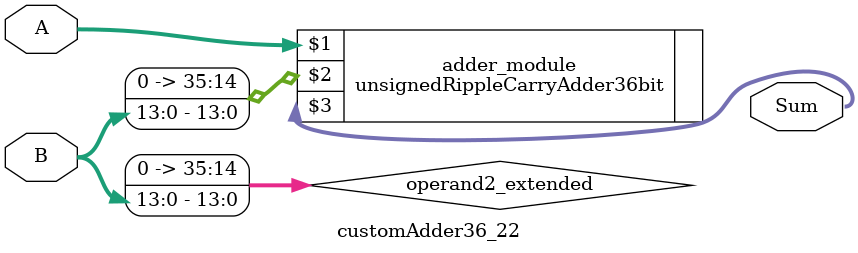
<source format=v>
module customAdder36_22(
                        input [35 : 0] A,
                        input [13 : 0] B,
                        
                        output [36 : 0] Sum
                );

        wire [35 : 0] operand2_extended;
        
        assign operand2_extended =  {22'b0, B};
        
        unsignedRippleCarryAdder36bit adder_module(
            A,
            operand2_extended,
            Sum
        );
        
        endmodule
        
</source>
